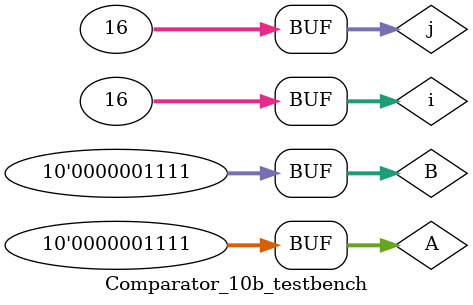
<source format=sv>
module Comparator_10b(A, B, out);
	input  logic [9:0] A, B;
	output logic out;
	
	logic [9:0] car, outty;
	
	F_Adder FA(.A(~A[0]), .B(B[0]), .c_in(1), .out(outty[0]), .c_out(car[0]));
	genvar i;
	generate
		for (i = 1; i<10; i++) begin: eachFA
			F_Adder FA(.A(~A[i]), .b(B[i]), .c_in(car[i-1]), .out(outty[i]), .c_out(car[i]));
		end
	endgenerate
	
	assign out = ((car[9]&~car[8])|(car[9]&outty[9])|(~car[8]&outty[9]));
endmodule	

module F_Adder(A, B, c_in, out, c_out);
	input  logic A, B, c_in;
	output logic out, c_out;
	
	assign out   = (A^B)^c_in;
	assign c_out = (c_in&(A^B))|(A&B);
endmodule

module F_Adder_10b(A, B, c_in, out, c_out);
	input  logic [9:0] A, B;
	output logic [9:0] out;
	input  logic c_in;
	output logic c_out;
	
	logic [9:0] car;
	
	F_Adder FA (.A(A[0]), .B(B[0]), .c_in(c_in), .out(out[0]), .c_out(car[0]));
	genvar i;
	generate
		for(i=1; i<10; i++) begin : eachFA
			F_Adder FA (.A(A[i]), .B(B[i]), .c_in(car[i-1]), .out(out[i]), .c_out(car[i]));
		end
	endgenerate
	
	assign c_out = car[9];
endmodule

module F_Adder_testbench();
	logic A, B, c_in, out, c_out;
	
	F_Adder dut(A, B, c_in, out, c_out);
	
	initial begin
		A <= 0; B <= 0; c_in <= 0; #10;
		A <= 0; B <= 0; c_in <= 1; #10;
		A <= 0; B <= 1; c_in <= 0; #10;
		A <= 0; B <= 1; c_in <= 1; #10;
		A <= 1; B <= 0; c_in <= 0; #10;
		A <= 1; B <= 0; c_in <= 1; #10;
		A <= 1; B <= 1; c_in <= 0; #10;
		A <= 1; B <= 1; c_in <= 1; #10;
	end
endmodule

module fulladder_10b_testbench();
	logic [9:0] A, B;
	logic c_in, out, c_out;
	
	fulladder dut(A, B, c_in, out, c_out);
	
	integer i, j;
	
	initial begin
		for (i = 0; i<1024; i++) begin
			A = i;
			for (j = 0; j < 1024; j++) begin
				B = j;
				c_in = 0; #10;
				c_in = 1; #10;
			end
		end
	end
endmodule

module Comparator_10b_testbench();
	logic [9:0] A, B;
	logic out;
	
	Comparator_10b dut(A, B, out);
	
	integer i, j;
	
	initial begin
		for ( i = 0; i < 16; i++) begin
			A = i;
			for (j = 0; j < 16; j++) begin
				B = j; #10;
			end
		end
	end
endmodule
		
</source>
